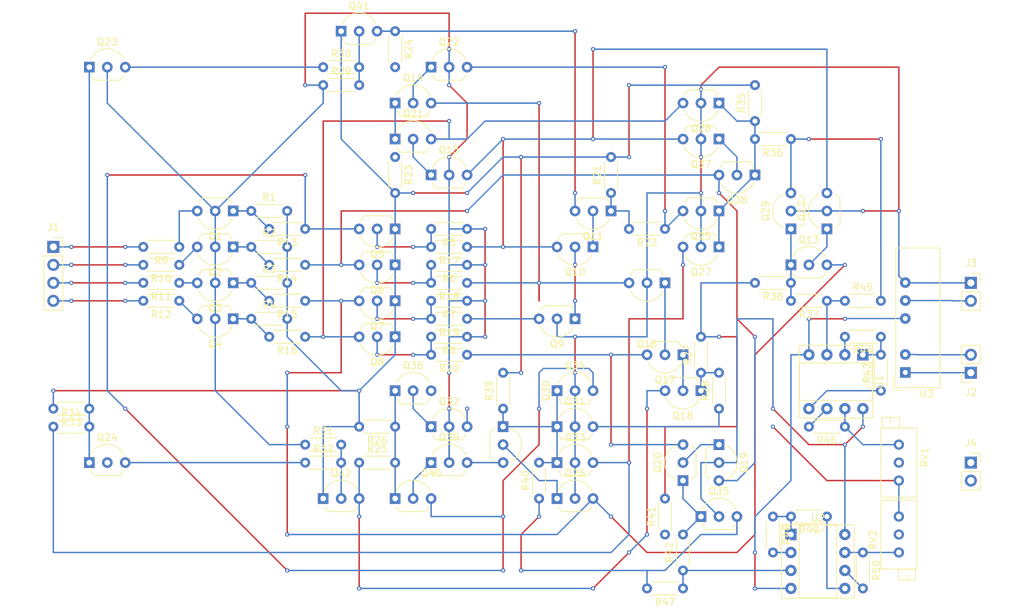
<source format=kicad_pcb>
(kicad_pcb (version 20240108) (generator "pcbnew") (generator_version "8.0")
  (layers (0 "F.Cu" signal) (31 "B.Cu" signal) (34 "B.Paste" user) (35 "F.Paste" user) (36 "B.SilkS" user "B.Silkscreen") (37 "F.SilkS" user "F.Silkscreen") (38 "B.Mask" user) (39 "F.Mask" user) (44 "Edge.Cuts" user))
  (net 0 "")
  (net 1 "Net-(J1-Pin_1)")
  (net 2 "Net-(J1-Pin_4)")
  (net 3 "Net-(J1-Pin_2)")
  (net 4 "Net-(J1-Pin_3)")
  (net 5 "Net-(J2-Pin_2)")
  (net 6 "Net-(J2-Pin_1)")
  (net 7 "+5V")
  (net 8 "GND")
  (net 9 "DINR")
  (net 10 "DINL")
  (net 11 "Net-(Q1-B)")
  (net 12 "Net-(Q1-E)")
  (net 13 "Net-(Q2-E)")
  (net 14 "Net-(Q2-B)")
  (net 15 "Net-(Q3-B)")
  (net 16 "Net-(Q3-E)")
  (net 17 "Net-(Q4-B)")
  (net 18 "Net-(Q4-E)")
  (net 19 "A")
  (net 20 "Net-(Q5-C)")
  (net 21 "B")
  (net 22 "Net-(Q6-C)")
  (net 23 "C")
  (net 24 "Net-(Q7-C)")
  (net 25 "D")
  (net 26 "Net-(Q8-C)")
  (net 27 "~A")
  (net 28 "Net-(Q10-C)")
  (net 29 "~C")
  (net 30 "Net-(Q10-E)")
  (net 31 "Net-(Q11-E)")
  (net 32 "E")
  (net 33 "Net-(Q12-E)")
  (net 34 "Net-(Q13-E)")
  (net 35 "Net-(Q14-C)")
  (net 36 "Net-(Q14-E)")
  (net 37 "~B")
  (net 38 "Net-(Q15-E)")
  (net 39 "Net-(Q16-E)")
  (net 40 "~D")
  (net 41 "Net-(Q17-E)")
  (net 42 "Net-(Q18-E)")
  (net 43 "F")
  (net 44 "Net-(Q19-E)")
  (net 45 "Net-(Q20-E)")
  (net 46 "~A~CE")
  (net 47 "~E")
  (net 48 "Net-(Q23-E)")
  (net 49 "Net-(Q24-E)")
  (net 50 "~F")
  (net 51 "Net-(Q26-E)")
  (net 52 "~E~F")
  (net 53 "ML0")
  (net 54 "~B~DF")
  (net 55 "Net-(Q32-E)")
  (net 56 "MR0")
  (net 57 "Net-(Q36-E)")
  (net 58 "Net-(Q37-E)")
  (net 59 "Net-(Q39-E)")
  (net 60 "Net-(Q41-C)")
  (net 61 "Net-(Q42-C)")
  (net 62 "ML1")
  (net 63 "MR1")
  (net 64 "Net-(U1B-+)")
  (net 65 "Net-(R43-Pad2)")
  (net 66 "Net-(U1A--)")
  (net 67 "Net-(U1B--)")
  (net 68 "Net-(R46-Pad1)")
  (net 69 "Net-(R48-Pad1)")
  (net 70 "Net-(U2A--)")
  (net 71 "Net-(U2B-+)")
  (net 72 "Net-(U2B--)")
  (net 73 "Net-(R50-Pad1)")
  (net 74 "-5V")
  (net 75 "Net-(Q25-E)")
  (net 76 "Net-(Q30-E)")
  (footprint "Package_TO_SOT_THT:TO-92_Inline_Wide" (layer "F.Cu") (at 154.94 71.12 180)
    (property "Reference" "Q6")
    (property "Value" "2SC1815")
  )
  (footprint "Package_TO_SOT_THT:TO-92_Inline_Wide" (layer "F.Cu") (at 177.8 88.9)
    (property "Reference" "Q34")
    (property "Value" "2SC1815")
  )
  (footprint "Package_DIP:DIP-8_W7.62mm_Socket" (layer "F.Cu") (at 210.82 109.22)
    (property "Reference" "U2")
    (property "Value" "NJM4558")
  )
  (footprint "Package_TO_SOT_THT:TO-92_Inline_Wide" (layer "F.Cu") (at 185.42 63.5 180)
    (property "Reference" "Q11")
    (property "Value" "2SC1815")
  )
  (footprint "Resistor_THT:R_Axial_DIN0204_L3.6mm_D1.6mm_P5.08mm_Horizontal" (layer "F.Cu") (at 185.42 60.96 90)
    (property "Reference" "R21")
    (property "Value" "10k")
  )
  (footprint "Resistor_THT:R_Axial_DIN0204_L3.6mm_D1.6mm_P5.08mm_Horizontal" (layer "F.Cu") (at 210.82 73.66 180)
    (property "Reference" "R38")
    (property "Value" "10k")
  )
  (footprint "Resistor_THT:R_Axial_DIN0204_L3.6mm_D1.6mm_P5.08mm_Horizontal" (layer "F.Cu") (at 205.74 50.8 90)
    (property "Reference" "R35")
    (property "Value" "10k")
  )
  (footprint "Resistor_THT:R_Axial_DIN0204_L3.6mm_D1.6mm_P5.08mm_Horizontal" (layer "F.Cu") (at 144.78 43.18)
    (property "Reference" "R30")
    (property "Value" "5.1k")
  )
  (footprint "Package_TO_SOT_THT:TO-92_Inline_Wide" (layer "F.Cu") (at 195.58 101.6 90)
    (property "Reference" "Q20")
    (property "Value" "2SC1815")
  )
  (footprint "Package_TO_SOT_THT:TO-92_Inline_Wide" (layer "F.Cu") (at 180.34 78.74 180)
    (property "Reference" "Q9")
    (property "Value" "2SC1815")
  )
  (footprint "Potentiometer_THT:Potentiometer_Bourns_3296X_Horizontal" (layer "F.Cu") (at 226.06 106.68 90)
    (property "Reference" "RV2")
    (property "Value" "R_Potentiometer")
  )
  (footprint "Package_TO_SOT_THT:TO-92_Inline_Wide" (layer "F.Cu") (at 132.08 68.58 180)
    (property "Reference" "Q2")
    (property "Value" "2SC1815")
  )
  (footprint "Resistor_THT:R_Axial_DIN0204_L3.6mm_D1.6mm_P5.08mm_Horizontal" (layer "F.Cu") (at 165.1 68.58 180)
    (property "Reference" "R17")
    (property "Value" "5.1k")
  )
  (footprint "Resistor_THT:R_Axial_DIN0204_L3.6mm_D1.6mm_P5.08mm_Horizontal" (layer "F.Cu") (at 223.52 81.28 180)
    (property "Reference" "R44")
    (property "Value" "5.1k")
  )
  (footprint "Resistor_THT:R_Axial_DIN0204_L3.6mm_D1.6mm_P5.08mm_Horizontal" (layer "F.Cu") (at 215.9 76.2 180)
    (property "Reference" "R37")
    (property "Value" "10k")
  )
  (footprint "Resistor_THT:R_Axial_DIN0204_L3.6mm_D1.6mm_P5.08mm_Horizontal" (layer "F.Cu") (at 124.46 73.66 180)
    (property "Reference" "R11")
    (property "Value" "5.1k")
  )
  (footprint "Resistor_THT:R_Axial_DIN0204_L3.6mm_D1.6mm_P5.08mm_Horizontal" (layer "F.Cu") (at 195.58 116.84 180)
    (property "Reference" "R47")
    (property "Value" "5.1k")
  )
  (footprint "Resistor_THT:R_Axial_DIN0204_L3.6mm_D1.6mm_P5.08mm_Horizontal" (layer "F.Cu") (at 106.68 93.98)
    (property "Reference" "R34")
    (property "Value" "5.1k")
  )
  (footprint "Resistor_THT:R_Axial_DIN0204_L3.6mm_D1.6mm_P5.08mm_Horizontal" (layer "F.Cu") (at 165.1 78.74 180)
    (property "Reference" "R19")
    (property "Value" "5.1k")
  )
  (footprint "Resistor_THT:R_Axial_DIN0204_L3.6mm_D1.6mm_P5.08mm_Horizontal" (layer "F.Cu") (at 223.52 88.9 90)
    (property "Reference" "R43")
    (property "Value" "10k")
  )
  (footprint "Package_TO_SOT_THT:TO-92_Inline_Wide" (layer "F.Cu") (at 160.02 99.06)
    (property "Reference" "Q39")
    (property "Value" "2SC1815")
  )
  (footprint "Package_TO_SOT_THT:TO-92_Inline_Wide" (layer "F.Cu") (at 200.66 63.5 180)
    (property "Reference" "Q25")
    (property "Value" "2SC1815")
  )
  (footprint "Package_TO_SOT_THT:TO-92_Inline_Wide" (layer "F.Cu") (at 154.94 88.9)
    (property "Reference" "Q36")
    (property "Value" "2SC1815")
  )
  (footprint "Resistor_THT:R_Axial_DIN0204_L3.6mm_D1.6mm_P5.08mm_Horizontal" (layer "F.Cu") (at 165.1 66.04 180)
    (property "Reference" "R5")
    (property "Value" "10k")
  )
  (footprint "Resistor_THT:R_Axial_DIN0204_L3.6mm_D1.6mm_P5.08mm_Horizontal" (layer "F.Cu") (at 144.78 45.72)
    (property "Reference" "R29")
    (property "Value" "10k")
  )
  (footprint "Resistor_THT:R_Axial_DIN0204_L3.6mm_D1.6mm_P5.08mm_Horizontal" (layer "F.Cu") (at 165.1 76.2 180)
    (property "Reference" "R7")
    (property "Value" "10k")
  )
  (footprint "Package_TO_SOT_THT:TO-92_Inline_Wide" (layer "F.Cu") (at 210.82 71.12)
    (property "Reference" "Q13")
    (property "Value" "2SC1815")
  )
  (footprint "Package_TO_SOT_THT:TO-92_Inline_Wide" (layer "F.Cu") (at 132.08 73.66 180)
    (property "Reference" "Q3")
    (property "Value" "2SC1815")
  )
  (footprint "Package_TO_SOT_THT:TO-92_Inline_Wide" (layer "F.Cu") (at 154.94 104.14)
    (property "Reference" "Q40")
    (property "Value" "2SC1815")
  )
  (footprint "Potentiometer_THT:Potentiometer_Bourns_3296X_Horizontal" (layer "F.Cu") (at 226.06 101.6 -90)
    (property "Reference" "RV1")
    (property "Value" "R_Potentiometer")
  )
  (footprint "Resistor_THT:R_Axial_DIN0204_L3.6mm_D1.6mm_P5.08mm_Horizontal" (layer "F.Cu") (at 218.44 93.98 180)
    (property "Reference" "R46")
    (property "Value" "10k")
  )
  (footprint "Resistor_THT:R_Axial_DIN0204_L3.6mm_D1.6mm_P5.08mm_Horizontal" (layer "F.Cu") (at 218.44 76.2)
    (property "Reference" "R45")
    (property "Value" "5.1k")
  )
  (footprint "Resistor_THT:R_Axial_DIN0204_L3.6mm_D1.6mm_P5.08mm_Horizontal" (layer "F.Cu") (at 165.1 81.28 180)
    (property "Reference" "R8")
    (property "Value" "10k")
  )
  (footprint "Package_TO_SOT_THT:TO-92_Inline_Wide" (layer "F.Cu") (at 160.02 43.18)
    (property "Reference" "Q22")
    (property "Value" "2SC1815")
  )
  (footprint "Resistor_THT:R_Axial_DIN0204_L3.6mm_D1.6mm_P5.08mm_Horizontal" (layer "F.Cu") (at 200.66 91.44 90)
    (property "Reference" "R28")
    (property "Value" "5.1k")
  )
  (footprint "Resistor_THT:R_Axial_DIN0204_L3.6mm_D1.6mm_P5.08mm_Horizontal" (layer "F.Cu") (at 193.04 109.22 90)
    (property "Reference" "R41")
    (property "Value" "10k")
  )
  (footprint "Connector_PinSocket_2.54mm:PinSocket_1x02_P2.54mm_Vertical" (layer "F.Cu") (at 236.22 99.06)
    (property "Reference" "J4")
    (property "Value" "Conn_01x02_Socket")
  )
  (footprint "Package_TO_SOT_THT:TO-92_Inline_Wide" (layer "F.Cu") (at 177.8 104.14)
    (property "Reference" "Q26")
    (property "Value" "2SC1815")
  )
  (footprint "Resistor_THT:R_Axial_DIN0204_L3.6mm_D1.6mm_P5.08mm_Horizontal" (layer "F.Cu") (at 165.1 83.82 180)
    (property "Reference" "R20")
    (property "Value" "5.1k")
  )
  (footprint "Resistor_THT:R_Axial_DIN0204_L3.6mm_D1.6mm_P5.08mm_Horizontal" (layer "F.Cu") (at 142.24 76.2 180)
    (property "Reference" "R15")
    (property "Value" "5.1k")
  )
  (footprint "Resistor_THT:R_Axial_DIN0204_L3.6mm_D1.6mm_P5.08mm_Horizontal" (layer "F.Cu") (at 170.18 91.44 90)
    (property "Reference" "R39")
    (property "Value" "10k")
  )
  (footprint "Package_TO_SOT_THT:TO-92_Inline_Wide" (layer "F.Cu") (at 200.66 96.52 -90)
    (property "Reference" "Q19")
    (property "Value" "2SC1815")
  )
  (footprint "Package_TO_SOT_THT:TO-92_Inline_Wide" (layer "F.Cu") (at 132.08 63.5 180)
    (property "Reference" "Q1")
    (property "Value" "2SC1815")
  )
  (footprint "Resistor_THT:R_Axial_DIN0204_L3.6mm_D1.6mm_P5.08mm_Horizontal" (layer "F.Cu") (at 195.58 114.3 90)
    (property "Reference" "R42")
    (property "Value" "10k")
  )
  (footprint "Resistor_THT:R_Axial_DIN0204_L3.6mm_D1.6mm_P5.08mm_Horizontal" (layer "F.Cu") (at 215.9 106.68 180)
    (property "Reference" "R49")
    (property "Value" "10k")
  )
  (footprint "Package_TO_SOT_THT:TO-92_Inline_Wide" (layer "F.Cu") (at 200.66 68.58 180)
    (property "Reference" "Q27")
    (property "Value" "2SC1815")
  )
  (footprint "Resistor_THT:R_Axial_DIN0204_L3.6mm_D1.6mm_P5.08mm_Horizontal" (layer "F.Cu") (at 134.62 68.58)
    (property "Reference" "R2")
    (property "Value" "10k")
  )
  (footprint "Resistor_THT:R_Axial_DIN0204_L3.6mm_D1.6mm_P5.08mm_Horizontal" (layer "F.Cu") (at 142.24 71.12 180)
    (property "Reference" "R14")
    (property "Value" "5.1k")
  )
  (footprint "Resistor_THT:R_Axial_DIN0204_L3.6mm_D1.6mm_P5.08mm_Horizontal" (layer "F.Cu") (at 111.76 91.44 180)
    (property "Reference" "R33")
    (property "Value" "10k")
  )
  (footprint "Package_TO_SOT_THT:TO-92_Inline_Wide" (layer "F.Cu") (at 170.18 93.98 -90)
    (property "Reference" "Q30")
    (property "Value" "2SC1815")
  )
  (footprint "Resistor_THT:R_Axial_DIN0204_L3.6mm_D1.6mm_P5.08mm_Horizontal" (layer "F.Cu") (at 149.86 99.06)
    (property "Reference" "R25")
    (property "Value" "5.1k")
  )
  (footprint "Package_TO_SOT_THT:TO-92_Inline_Wide" (layer "F.Cu") (at 177.8 99.06)
    (property "Reference" "Q33")
    (property "Value" "2SC1815")
  )
  (footprint "Resistor_THT:R_Axial_DIN0204_L3.6mm_D1.6mm_P5.08mm_Horizontal" (layer "F.Cu") (at 134.62 73.66)
    (property "Reference" "R3")
    (property "Value" "10k")
  )
  (footprint "Package_TO_SOT_THT:TO-92_Inline_Wide" (layer "F.Cu") (at 160.02 93.98)
    (property "Reference" "Q32")
    (property "Value" "2SC1815")
  )
  (footprint "Package_TO_SOT_THT:TO-92_Inline_Wide" (layer "F.Cu") (at 144.78 104.14)
    (property "Reference" "Q42")
    (property "Value" "2SC1815")
  )
  (footprint "Resistor_THT:R_Axial_DIN0204_L3.6mm_D1.6mm_P5.08mm_Horizontal" (layer "F.Cu") (at 142.24 99.06)
    (property "Reference" "R32")
    (property "Value" "5.1k")
  )
  (footprint "Package_TO_SOT_THT:TO-92_Inline_Wide" (layer "F.Cu") (at 154.94 76.2 180)
    (property "Reference" "Q7")
    (property "Value" "2SC1815")
  )
  (footprint "Package_TO_SOT_THT:TO-92_Inline_Wide" (layer "F.Cu") (at 200.66 48.26 180)
    (property "Reference" "Q28")
    (property "Value" "2SC1815")
  )
  (footprint "Package_TO_SOT_THT:TO-92_Inline_Wide" (layer "F.Cu") (at 198.12 88.9 180)
    (property "Reference" "Q18")
    (property "Value" "2SC1815")
  )
  (footprint "Package_TO_SOT_THT:TO-92_Inline_Wide" (layer "F.Cu") (at 198.12 106.68)
    (property "Reference" "Q35")
    (property "Value" "2SC1815")
  )
  (footprint "Resistor_THT:R_Axial_DIN0204_L3.6mm_D1.6mm_P5.08mm_Horizontal" (layer "F.Cu") (at 210.82 53.34 180)
    (property "Reference" "R36")
    (property "Value" "5.1k")
  )
  (footprint "Package_TO_SOT_THT:TO-92_Inline_Wide" (layer "F.Cu") (at 154.94 66.04 180)
    (property "Reference" "Q5")
    (property "Value" "2SC1815")
  )
  (footprint "Resistor_THT:R_Axial_DIN0204_L3.6mm_D1.6mm_P5.08mm_Horizontal" (layer "F.Cu") (at 193.04 66.04 180)
    (property "Reference" "R22")
    (property "Value" "5.1k")
  )
  (footprint "Resistor_THT:R_Axial_DIN0204_L3.6mm_D1.6mm_P5.08mm_Horizontal" (layer "F.Cu") (at 124.46 68.58 180)
    (property "Reference" "R9")
    (property "Value" "5.1k")
  )
  (footprint "Resistor_THT:R_Axial_DIN0204_L3.6mm_D1.6mm_P5.08mm_Horizontal" (layer "F.Cu") (at 154.94 38.1 -90)
    (property "Reference" "R24")
    (property "Value" "5.1k")
  )
  (footprint "Resistor_THT:R_Axial_DIN0204_L3.6mm_D1.6mm_P5.08mm_Horizontal" (layer "F.Cu") (at 124.46 76.2 180)
    (property "Reference" "R12")
    (property "Value" "5.1k")
  )
  (footprint "Package_TO_SOT_THT:TO-92_Inline_Wide" (layer "F.Cu") (at 195.58 83.82 180)
    (property "Reference" "Q17")
    (property "Value" "2SC1815")
  )
  (footprint "Connector_PinSocket_2.54mm:PinSocket_1x02_P2.54mm_Vertical" (layer "F.Cu") (at 236.22 73.66)
    (property "Reference" "J3")
    (property "Value" "Conn_01x02_Socket")
  )
  (footprint "Resistor_THT:R_Axial_DIN0204_L3.6mm_D1.6mm_P5.08mm_Horizontal" (layer "F.Cu") (at 134.62 78.74)
    (property "Reference" "R4")
    (property "Value" "10k")
  )
  (footprint "Package_TO_SOT_THT:TO-92_Inline_Wide" (layer "F.Cu") (at 154.94 53.34)
    (property "Reference" "Q21")
    (property "Value" "2SC1815")
  )
  (footprint "Package_DIP:DIP-8_W7.62mm_Socket" (layer "F.Cu") (at 220.98 83.82 -90)
    (property "Reference" "U1")
    (property "Value" "NJM4558")
  )
  (footprint "Connector_PinSocket_2.54mm:PinSocket_1x04_P2.54mm_Vertical" (layer "F.Cu") (at 106.68 68.58)
    (property "Reference" "J1")
    (property "Value" "Conn_01x04_Socket")
  )
  (footprint "Package_TO_SOT_THT:TO-92_Inline_Wide" (layer "F.Cu") (at 193.04 73.66 180)
    (property "Reference" "Q16")
    (property "Value" "2SC1815")
  )
  (footprint "Package_TO_SOT_THT:TO-92_Inline_Wide" (layer "F.Cu") (at 147.32 38.1)
    (property "Reference" "Q41")
    (property "Value" "2SC1815")
  )
  (footprint "Package_TO_SOT_THT:TO-92_Inline_Wide" (layer "F.Cu") (at 154.94 81.28 180)
    (property "Reference" "Q8")
    (property "Value" "2SC1815")
  )
  (footprint "Resistor_THT:R_Axial_DIN0204_L3.6mm_D1.6mm_P5.08mm_Horizontal" (layer "F.Cu") (at 142.24 81.28 180)
    (property "Reference" "R16")
    (property "Value" "5.1k")
  )
  (footprint "Resistor_THT:R_Axial_DIN0204_L3.6mm_D1.6mm_P5.08mm_Horizontal" (layer "F.Cu") (at 198.12 86.36 90)
    (property "Reference" "R27")
    (property "Value" "10k")
  )
  (footprint "Resistor_THT:R_Axial_DIN0204_L3.6mm_D1.6mm_P5.08mm_Horizontal" (layer "F.Cu") (at 142.24 96.52)
    (property "Reference" "R31")
    (property "Value" "10k")
  )
  (footprint "Package_TO_SOT_THT:TO-92_Inline_Wide" (layer "F.Cu") (at 215.9 66.04 90)
    (property "Reference" "Q12")
    (property "Value" "2SC1815")
  )
  (footprint "Package_TO_SOT_THT:TO-92_Inline_Wide" (layer "F.Cu") (at 200.66 53.34 180)
    (property "Reference" "Q37")
    (property "Value" "2SC1815")
  )
  (footprint "Resistor_THT:R_Axial_DIN0204_L3.6mm_D1.6mm_P5.08mm_Horizontal" (layer "F.Cu") (at 142.24 66.04 180)
    (property "Reference" "R13")
    (property "Value" "5.1k")
  )
  (footprint "Connector_PinSocket_2.54mm:PinSocket_1x02_P2.54mm_Vertical" (layer "F.Cu") (at 236.22 86.36 180)
    (property "Reference" "J2")
    (property "Value" "Conn_01x02_Socket")
  )
  (footprint "Converter_DCDC:Converter_DCDC_Murata_NMAxxxxSC_THT" (layer "F.Cu") (at 226.9675 86.3225 180)
    (property "Reference" "U3")
    (property "Value" "NMA0515SC")
  )
  (footprint "Package_TO_SOT_THT:TO-92_Inline_Wide" (layer "F.Cu") (at 205.74 58.42 180)
    (property "Reference" "Q38")
    (property "Value" "2SC1815")
  )
  (footprint "Package_TO_SOT_THT:TO-92_Inline_Wide" (layer "F.Cu") (at 210.82 66.04 90)
    (property "Reference" "Q29")
    (property "Value" "2SC1815")
  )
  (footprint "Resistor_THT:R_Axial_DIN0204_L3.6mm_D1.6mm_P5.08mm_Horizontal" (layer "F.Cu") (at 134.62 63.5)
    (property "Reference" "R1")
    (property "Value" "10k")
  )
  (footprint "Resistor_THT:R_Axial_DIN0204_L3.6mm_D1.6mm_P5.08mm_Horizontal" (layer "F.Cu") (at 154.94 55.88 -90)
    (property "Reference" "R23")
    (property "Value" "10k")
  )
  (footprint "Package_TO_SOT_THT:TO-92_Inline_Wide" (layer "F.Cu") (at 111.76 99.06)
    (property "Reference" "Q24")
    (property "Value" "2SC1815")
  )
  (footprint "Resistor_THT:R_Axial_DIN0204_L3.6mm_D1.6mm_P5.08mm_Horizontal" (layer "F.Cu") (at 124.46 71.12 180)
    (property "Reference" "R10")
    (property "Value" "5.1k")
  )
  (footprint "Package_TO_SOT_THT:TO-92_Inline_Wide" (layer "F.Cu") (at 132.08 78.74 180)
    (property "Reference" "Q4")
    (property "Value" "2SC1815")
  )
  (footprint "Package_TO_SOT_THT:TO-92_Inline_Wide" (layer "F.Cu") (at 160.02 58.42)
    (property "Reference" "Q15")
    (property "Value" "2SC1815")
  )
  (footprint "Package_TO_SOT_THT:TO-92_Inline_Wide" (layer "F.Cu") (at 182.88 68.58 180)
    (property "Reference" "Q10")
    (property "Value" "2SC1815")
  )
  (footprint "Package_TO_SOT_THT:TO-92_Inline_Wide" (layer "F.Cu") (at 154.94 48.26)
    (property "Reference" "Q14")
    (property "Value" "2SC1815")
  )
  (footprint "Resistor_THT:R_Axial_DIN0204_L3.6mm_D1.6mm_P5.08mm_Horizontal" (layer "F.Cu") (at 154.94 93.98 180)
    (property "Reference" "R26")
    (property "Value" "10k")
  )
  (footprint "Resistor_THT:R_Axial_DIN0204_L3.6mm_D1.6mm_P5.08mm_Horizontal" (layer "F.Cu") (at 220.98 111.76 -90)
    (property "Reference" "R50")
    (property "Value" "10k")
  )
  (footprint "Resistor_THT:R_Axial_DIN0204_L3.6mm_D1.6mm_P5.08mm_Horizontal" (layer "F.Cu") (at 175.26 104.14 90)
    (property "Reference" "R40")
    (property "Value" "5.1k")
  )
  (footprint "Resistor_THT:R_Axial_DIN0204_L3.6mm_D1.6mm_P5.08mm_Horizontal" (layer "F.Cu") (at 165.1 71.12 180)
    (property "Reference" "R6")
    (property "Value" "10k")
  )
  (footprint "Package_TO_SOT_THT:TO-92_Inline_Wide" (layer "F.Cu") (at 111.76 43.18)
    (property "Reference" "Q23")
    (property "Value" "2SC1815")
  )
  (footprint "Resistor_THT:R_Axial_DIN0204_L3.6mm_D1.6mm_P5.08mm_Horizontal" (layer "F.Cu") (at 165.1 73.66 180)
    (property "Reference" "R18")
    (property "Value" "5.1k")
  )
  (footprint "Resistor_THT:R_Axial_DIN0204_L3.6mm_D1.6mm_P5.08mm_Horizontal" (layer "F.Cu") (at 208.28 106.68 -90)
    (property "Reference" "R48")
    (property "Value" "5.1k")
  )
  (footprint "Package_TO_SOT_THT:TO-92_Inline_Wide" (layer "F.Cu") (at 177.8 93.98)
    (property "Reference" "Q31")
    (property "Value" "2SC1815")
  )
  (segment (start 116.84 68.58) (end 109.22 68.58) (width 0.2) (layer "F.Cu") (net 1))
  (via (at 109.22 68.58) (size 0.6) (drill 0.3) (layers "F.Cu" "B.Cu") (net 1))
  (via (at 116.84 68.58) (size 0.6) (drill 0.3) (layers "F.Cu" "B.Cu") (net 1))
  (segment (start 119.38 68.58) (end 116.84 68.58) (width 0.2) (layer "B.Cu") (net 1))
  (segment (start 109.22 68.58) (end 106.68 68.58) (width 0.2) (layer "B.Cu") (net 1))
  (segment (start 116.84 76.2) (end 109.22 76.2) (width 0.2) (layer "F.Cu") (net 2))
  (via (at 109.22 76.2) (size 0.6) (drill 0.3) (layers "F.Cu" "B.Cu") (net 2))
  (via (at 116.84 76.2) (size 0.6) (drill 0.3) (layers "F.Cu" "B.Cu") (net 2))
  (segment (start 106.68 76.2) (end 109.22 76.2) (width 0.2) (layer "B.Cu") (net 2))
  (segment (start 119.38 76.2) (end 116.84 76.2) (width 0.2) (layer "B.Cu") (net 2))
  (segment (start 116.84 71.12) (end 109.22 71.12) (width 0.2) (layer "F.Cu") (net 3))
  (via (at 109.22 71.12) (size 0.6) (drill 0.3) (layers "F.Cu" "B.Cu") (net 3))
  (via (at 109.22 71.12) (size 0.6) (drill 0.3) (layers "F.Cu" "B.Cu") (net 3))
  (via (at 116.84 71.12) (size 0.6) (drill 0.3) (layers "F.Cu" "B.Cu") (net 3))
  (segment (start 119.38 71.12) (end 116.84 71.12) (width 0.2) (layer "B.Cu") (net 3))
  (segment (start 106.68 71.12) (end 109.22 71.12) (width 0.2) (layer "B.Cu") (net 3))
  (segment (start 109.22 73.66) (end 116.84 73.66) (width 0.2) (layer "F.Cu") (net 4))
  (via (at 109.22 73.66) (size 0.6) (drill 0.3) (layers "F.Cu" "B.Cu") (net 4))
  (via (at 116.84 73.66) (size 0.6) (drill 0.3) (layers "F.Cu" "B.Cu") (net 4))
  (segment (start 106.68 73.66) (end 109.22 73.66) (width 0.2) (layer "B.Cu") (net 4))
  (segment (start 116.84 73.66) (end 119.38 73.66) (width 0.2) (layer "B.Cu") (net 4))
  (segment (start 228.6 83.82) (end 228.5625 83.7825) (width 0.2) (layer "B.Cu") (net 5))
  (segment (start 228.5625 83.7825) (end 226.9675 83.7825) (width 0.2) (layer "B.Cu") (net 5))
  (segment (start 236.22 83.82) (end 228.6 83.82) (width 0.2) (layer "B.Cu") (net 5))
  (segment (start 236.22 86.36) (end 227.005 86.36) (width 0.2) (layer "B.Cu") (net 6))
  (segment (start 227.005 86.36) (end 226.9675 86.3225) (width 0.2) (layer "B.Cu") (net 6))
  (segment (start 213.36 96.52) (end 218.44 96.52) (width 0.2) (layer "F.Cu") (net 7))
  (segment (start 165.1 53.34) (end 162.56 55.88) (width 0.2) (layer "F.Cu") (net 7))
  (segment (start 167.64 66.04) (end 167.64 71.12) (width 0.2) (layer "F.Cu") (net 7))
  (segment (start 198.12 45.72) (end 200.66 43.18) (width 0.2) (layer "F.Cu") (net 7))
  (segment (start 200.66 43.18) (end 226.06 43.18) (width 0.2) (layer "F.Cu") (net 7))
  (segment (start 165.1 48.26) (end 165.1 53.34) (width 0.2) (layer "F.Cu") (net 7))
  (segment (start 167.64 71.12) (end 167.64 76.2) (width 0.2) (layer "F.Cu") (net 7))
  (segment (start 162.56 40.64) (end 162.56 35.56) (width 0.2) (layer "F.Cu") (net 7))
  (segment (start 208.28 91.44) (end 213.36 96.52) (width 0.2) (layer "F.Cu") (net 7))
  (segment (start 167.64 76.2) (end 167.64 81.28) (width 0.2) (layer "F.Cu") (net 7))
  (segment (start 180.34 86.36) (end 180.34 81.28) (width 0.2) (layer "F.Cu") (net 7))
  (segment (start 162.56 45.72) (end 165.1 48.26) (width 0.2) (layer "F.Cu") (net 7))
  (segment (start 162.56 86.36) (end 162.56 91.44) (width 0.2) (layer "F.Cu") (net 7))
  (segment (start 220.98 93.98) (end 218.44 96.52) (width 0.2) (layer "F.Cu") (net 7))
  (segment (start 162.56 35.56) (end 142.24 35.56) (width 0.2) (layer "F.Cu") (net 7))
  (segment (start 226.06 43.18) (end 226.06 63.5) (width 0.2) (layer "F.Cu") (net 7))
  (segment (start 198.12 46.32) (end 198.12 45.72) (width 0.2) (layer "F.Cu") (net 7))
  (segment (start 198.12 55.88) (end 198.12 60.96) (width 0.2) (layer "F.Cu") (net 7))
  (segment (start 142.24 35.56) (end 142.24 45.72) (width 0.2) (layer "F.Cu") (net 7))
  (segment (start 220.98 63.5) (end 226.06 63.5) (width 0.2) (layer "F.Cu") (net 7))
  (via (at 142.24 45.72) (size 0.6) (drill 0.3) (layers "F.Cu" "B.Cu") (net 7))
  (via (at 167.64 81.28) (size 0.6) (drill 0.3) (layers "F.Cu" "B.Cu") (net 7))
  (via (at 167.64 76.2) (size 0.6) (drill 0.3) (layers "F.Cu" "B.Cu") (net 7))
  (via (at 198.12 60.96) (size 0.6) (drill 0.3) (layers "F.Cu" "B.Cu") (net 7))
  (via (at 180.34 81.28) (size 0.6) (drill 0.3) (layers "F.Cu" "B.Cu") (net 7))
  (via (at 218.44 96.52) (size 0.6) (drill 0.3) (layers "F.Cu" "B.Cu") (net 7))
  (via (at 208.28 91.44) (size 0.6) (drill 0.3) (layers "F.Cu" "B.Cu") (net 7))
  (via (at 198.12 55.88) (size 0.6) (drill 0.3) (layers "F.Cu" "B.Cu") (net 7))
  (via (at 162.56 45.72) (size 0.6) (drill 0.3) (layers "F.Cu" "B.Cu") (net 7))
  (via (at 167.64 66.04) (size 0.6) (drill 0.3) (layers "F.Cu" "B.Cu") (net 7))
  (via (at 220.98 63.5) (size 0.6) (drill 0.3) (layers "F.Cu" "B.Cu") (net 7))
  (via (at 162.56 91.44) (size 0.6) (drill 0.3) (layers "F.Cu" "B.Cu") (net 7))
  (via (at 162.56 55.88) (size 0.6) (drill 0.3) (layers "F.Cu" "B.Cu") (net 7))
  (via (at 167.64 71.12) (size 0.6) (drill 0.3) (layers "F.Cu" "B.Cu") (net 7))
  (via (at 198.12 46.32) (size 0.6) (drill 0.3) (layers "F.Cu" "B.Cu") (net 7))
  (via (at 226.06 63.5) (size 0.6) (drill 0.3) (layers "F.Cu" "B.Cu") (net 7))
  (via (at 162.56 40.64) (size 0.6) (drill 0.3) (layers "F.Cu" "B.Cu") (net 7))
  (via (at 220.98 93.98) (size 0.6) (drill 0.3) (layers "F.Cu" "B.Cu") (net 7))
  (via (at 180.34 86.36) (size 0.6) (drill 0.3) (layers "F.Cu" "B.Cu") (net 7))
  (via (at 162.56 86.36) (size 0.6) (drill 0.3) (layers "F.Cu" "B.Cu") (net 7))
  (segment (start 116.84 50.8) (end 129.54 63.5) (width 0.2) (layer "B.Cu") (net 7))
  (segment (start 227.005 73.66) (end 226.9675 73.6225) (width 0.2) (layer "B.Cu") (net 7))
  (segment (start 162.56 91.44) (end 162.56 99.06) (width 0.2) (layer "B.Cu") (net 7))
  (segment (start 198.12 46.12) (end 198.12 46.32) (width 0.2) (layer "B.Cu") (net 7))
  (segment (start 198.12 53.34) (end 198.12 48.26) (width 0.2) (layer "B.Cu") (net 7))
  (segment (start 162.56 76.2) (end 162.56 81.28) (width 0.2) (layer "B.Cu") (net 7))
  (segment (start 142.24 45.72) (end 144.78 45.72) (width 0.2) (layer "B.Cu") (net 7))
  (segment (start 210.82 63.5) (end 215.9 63.5) (width 0.2) (layer "B.Cu") (net 7))
  (segment (start 162.56 71.12) (end 162.56 76.2) (width 0.2) (layer "B.Cu") (net 7))
  (segment (start 162.56 99.06) (end 162.56 93.98) (width 0.2) (layer "B.Cu") (net 7))
  (segment (start 215.9 63.5) (end 220.98 63.5) (width 0.2) (layer "B.Cu") (net 7))
  (segment (start 162.56 43.18) (end 162.56 45.72) (width 0.2) (layer "B.Cu") (net 7))
  (segment (start 165.1 76.2) (end 167.64 76.2) (width 0.2) (layer "B.Cu") (net 7))
  (segment (start 165.1 71.12) (end 162.56 71.12) (width 0.2) (layer "B.Cu") (net 7))
  (segment (start 142.24 96.52) (end 137.16 96.52) (width 0.2) (layer "B.Cu") (net 7))
  (segment (start 162.56 66.04) (end 162.56 71.12) (width 0.2) (layer "B.Cu") (net 7))
  (segment (start 198.12 60.96) (end 190.5 60.96) (width 0.2) (layer "B.Cu") (net 7))
  (segment (start 162.56 58.42) (end 162.56 66.04) (width 0.2) (layer "B.Cu") (net 7))
  (segment (start 162.56 81.28) (end 162.56 86.36) (width 0.2) (layer "B.Cu") (net 7))
  (segment (start 144.78 48.26) (end 129.54 63.5) (width 0.2) (layer "B.Cu") (net 7))
  (segment (start 190.5 60.96) (end 190.5 81.28) (width 0.2) (layer "B.Cu") (net 7))
  (segment (start 180.34 104.14) (end 180.34 88.9) (width 0.2) (layer "B.Cu") (net 7))
  (segment (start 198.12 63.5) (end 198.12 68.58) (width 0.2) (layer "B.Cu") (net 7))
  (segment (start 165.1 71.12) (end 167.64 71.12) (width 0.2) (layer "B.Cu") (net 7))
  (segment (start 198.12 48.26) (end 198.12 46.12) (width 0.2) (layer "B.Cu") (net 7))
  (segment (start 198.12 104.14) (end 200.377157 106.397157) (width 0.2) (layer "B.Cu") (net 7))
  (segment (start 236.22 73.66) (end 227.005 73.66) (width 0.2) (layer "B.Cu") (net 7))
  (segment (start 165.1 76.2) (end 162.56 76.2) (width 0.2) (layer "B.Cu") (net 7))
  (segment (start 203.2 99.06) (end 200.66 99.06) (width 0.2) (layer "B.Cu") (net 7))
  (segment (start 129.54 88.9) (end 129.54 78.74) (width 0.2) (layer "B.Cu") (net 7))
  (segment (start 198.12 99.06) (end 198.12 104.14) (width 0.2) (layer "B.Cu") (net 7))
  (segment (start 220.98 91.44) (end 220.98 93.98) (width 0.2) (layer "B.Cu") (net 7))
  (segment (start 180.34 88.9) (end 180.34 86.36) (width 0.2) (layer "B.Cu") (net 7))
  (segment (start 114.3 43.18) (end 114.3 48.26) (width 0.2) (layer "B.Cu") (net 7))
  (segment (start 177.8 81.28) (end 177.8 78.74) (width 0.2) (layer "B.Cu") (net 7))
  (segment (start 162.56 43.18) (end 162.56 40.64) (width 0.2) (layer "B.Cu") (net 7))
  (segment (start 208.28 91.44) (end 208.28 78.74) (width 0.2) (layer "B.Cu") (net 7))
  (segment (start 162.56 58.42) (end 162.56 55.88) (width 0.2) (layer "B.Cu") (net 7))
  (segment (start 137.16 96.52) (end 129.54 88.9) (width 0.2) (layer "B.Cu") (net 7))
  (segment (start 190.5 81.28) (end 180.34 81.28) (width 0.2) (layer "B.Cu") (net 7))
  (segment (start 208.28 78.74) (end 203.2 78.74) (width 0.2) (layer "B.Cu") (net 7))
  (segment (start 129.54 63.5) (end 129.54 78.74) (width 0.2) (layer "B.Cu") (net 7))
  (segment (start 114.3 48.26) (end 116.84 50.8) (width 0.2) (layer "B.Cu") (net 7))
  (segment (start 167.64 81.28) (end 165.1 81.28) (width 0.2) (layer "B.Cu") (net 7))
  (segment (start 218.44 96.52) (end 218.44 109.22) (width 0.2) (layer "B.Cu") (net 7))
  (segment (start 165.1 66.04) (end 162.56 66.04) (width 0.2) (layer "B.Cu") (net 7))
  (segment (start 165.1 81.28) (end 162.56 81.28) (width 0.2) (layer "B.Cu") (net 7))
  (segment (start 226.06 72.715) (end 226.9675 73.6225) (width 0.2) (layer "B.Cu") (net 7))
  (segment (start 226.06 63.5) (end 226.06 72.715) (width 0.2) (layer "B.Cu") (net 7))
  (segment (start 198.12 60.96) (end 198.12 63.5) (width 0.2) (layer "B.Cu") (net 7))
  (segment (start 165.1 66.04) (end 167.64 66.04) (width 0.2) (layer "B.Cu") (net 7))
  (segment (start 144.78 45.72) (end 144.78 48.26) (width 0.2) (layer "B.Cu") (net 7))
  (segment (start 203.2 78.74) (end 203.2 99.06) (width 0.2) (layer "B.Cu") (net 7))
  (segment (start 180.34 81.28) (end 177.8 81.28) (width 0.2) (layer "B.Cu") (net 7))
  (segment (start 198.12 53.34) (end 198.12 55.88) (width 0.2) (layer "B.Cu") (net 7))
  (segment (start 200.66 99.06) (end 198.12 99.06) (width 0.2) (layer "B.Cu") (net 7))
  (segment (start 157.48 60.96) (end 165.1 60.96) (width 0.2) (layer "F.Cu") (net 8))
  (segment (start 203.2 81.28) (end 200.66 81.28) (width 0.2) (layer "F.Cu") (net 8))
  (segment (start 172.72 86.36) (end 172.72 55.88) (width 0.2) (layer "F.Cu") (net 8))
  (segment (start 193.04 93.98) (end 193.04 101.6) (width 0.2) (layer "F.Cu") (net 8))
  (segment (start 187.96 45.72) (end 187.96 55.88) (width 0.2) (layer "F.Cu") (net 8))
  (segment (start 215.9 101.6) (end 226.06 101.6) (width 0.2) (layer "F.Cu") (net 8))
  (segment (start 208.28 93.98) (end 215.9 101.6) (width 0.2) (layer "F.Cu") (net 8))
  (segment (start 203.2 93.98) (end 193.04 93.98) (width 0.2) (layer "F.Cu") (net 8))
  (segment (start 106.68 88.9) (end 149.86 88.9) (width 0.2) (layer "F.Cu") (net 8))
  (segment (start 193.04 104.14) (end 193.04 101.6) (width 0.2) (layer "F.Cu") (net 8))
  (segment (start 203.2 93.98) (end 203.2 81.28) (width 0.2) (layer "F.Cu") (net 8))
  (via (at 149.86 88.9) (size 0.6) (drill 0.3) (layers "F.Cu" "B.Cu") (net 8))
  (via (at 208.28 93.98) (size 0.6) (drill 0.3) (layers "F.Cu" "B.Cu") (net 8))
  (via (at 200.66 81.28) (size 0.6) (drill 0.3) (layers "F.Cu" "B.Cu") (net 8))
  (via (at 187.96 55.88) (size 0.6) (drill 0.3) (layers "F.Cu" "B.Cu") (net 8))
  (via (at 172.72 86.36) (size 0.6) (drill 0.3) (layers "F.Cu" "B.Cu") (net 8))
  (via (at 172.72 55.88) (size 0.6) (drill 0.3) (layers "F.Cu" "B.Cu") (net 8))
  (via (at 157.48 60.96) (size 0.6) (drill 0.3) (layers "F.Cu" "B.Cu") (net 8))
  (via (at 165.1 60.96) (size 0.6) (drill 0.3) (layers "F.Cu" "B.Cu") (net 8))
  (via (at 106.68 88.9) (size 0.6) (drill 0.3) (layers "F.Cu" "B.Cu") (net 8))
  (via (at 187.96 45.72) (size 0.6) (drill 0.3) (layers "F.Cu" "B.Cu") (net 8))
  (segment (start 139.7 78.74) (end 139.7 81.28) (width 0.2) (layer "B.Cu") (net 8))
  (segment (start 185.42 55.88) (end 170.18 55.88) (width 0.2) (layer "B.Cu") (net 8))
  (segment (start 144.78 93.98) (end 149.86 93.98) (width 0.2) (layer "B.Cu") (net 8))
  (segment (start 170.18 55.88) (end 165.1 60.96) (width 0.2) (layer "B.Cu") (net 8))
  (segment (start 106.68 91.44) (end 106.68 88.9) (width 0.2) (layer "B.Cu") (net 8))
  (segment (start 139.7 81.28) (end 147.32 88.9) (width 0.2) (layer "B.Cu") (net 8))
  (segment (start 233.6425 76.1625) (end 226.9675 76.1625) (width 0.2) (layer "B.Cu") (net 8))
  (segment (start 170.18 86.36) (end 172.72 86.36) (width 0.2) (layer "B.Cu") (net 8))
  (segment (start 154.94 83.82) (end 149.86 88.9) (width 0.2) (layer "B.Cu") (net 8))
  (segment (start 147.32 88.9) (end 149.86 88.9) (width 0.2) (layer "B.Cu") (net 8))
  (segment (start 147.32 38.1) (end 147.32 53.34) (width 0.2) (layer "B.Cu") (net 8))
  (segment (start 205.74 45.72) (end 187.96 45.72) (width 0.2) (layer "B.Cu") (net 8))
  (segment (start 154.94 66.04) (end 154.94 81.28) (width 0.2) (layer "B.Cu") (net 8))
  (segment (start 226.06 106.68) (end 226.06 101.6) (width 0.2) (layer "B.Cu") (net 8))
  (segment (start 154.94 81.28) (end 154.94 83.82) (width 0.2) (layer "B.Cu") (net 8))
  (segment (start 149.86 88.9) (end 149.86 93.98) (width 0.2) (layer "B.Cu") (net 8))
  (segment (start 154.94 60.96) (end 154.94 66.04) (width 0.2) (layer "B.Cu") (net 8))
  (segment (start 236.22 76.2) (end 233.68 76.2) (width 0.2) (layer "B.Cu") (net 8))
  (segment (start 200.66 81.28) (end 198.12 81.28) (width 0.2) (layer "B.Cu") (net 8))
  (segment (start 144.78 104.14) (end 144.78 93.98) (width 0.2) (layer "B.Cu") (net 8))
  (segment (start 139.7 63.5) (end 139.7 78.74) (width 0.2) (layer "B.Cu") (net 8))
  (segment (start 198.12 73.66) (end 198.12 81.28) (width 0.2) (layer "B.Cu") (net 8))
  (segment (start 233.68 76.2) (end 233.6425 76.1625) (width 0.2) (layer "B.Cu") (net 8))
  (segment (start 187.96 55.88) (end 185.42 55.88) (width 0.2) (layer "B.Cu") (net 8))
  (segment (start 205.74 73.66) (end 198.12 73.66) (width 0.2) (layer "B.Cu") (net 8))
  (segment (start 147.32 53.34) (end 154.94 60.96) (width 0.2) (layer "B.Cu") (net 8))
  (segment (start 154.94 60.96) (end 157.48 60.96) (width 0.2) (layer "B.Cu") (net 8))
  (segment (start 127 63.5) (end 124.46 63.5) (width 0.2) (layer "B.Cu") (net 11))
  (segment (start 124.46 63.5) (end 124.46 68.58) (width 0.2) (layer "B.Cu") (net 11))
  (segment (start 134.62 63.5) (end 137.16 66.04) (width 0.2) (layer "B.Cu") (net 12))
  (segment (start 132.08 63.5) (end 134.62 63.5) (width 0.2) (layer "B.Cu") (net 12))
  (segment (start 134.62 68.58) (end 132.08 68.58) (width 0.2) (layer "B.Cu") (net 13))
  (segment (start 134.62 68.58) (end 137.16 71.12) (width 0.2) (layer "B.Cu") (net 13))
  (segment (start 127 68.58) (end 124.46 71.12) (width 0.2) (layer "B.Cu") (net 14))
  (segment (start 124.46 73.66) (end 127 73.66) (width 0.2) (layer "B.Cu") (net 15))
  (segment (start 134.62 73.66) (end 132.08 73.66) (width 0.2) (layer "B.Cu") (net 16))
  (segment (start 134.62 73.66) (end 137.16 76.2) (width 0.2) (layer "B.Cu") (net 16))
  (segment (start 124.46 76.2) (end 127 78.74) (width 0.2) (layer "B.Cu") (net 17))
  (segment (start 134.62 78.74) (end 132.08 78.74) (width 0.2) (layer "B.Cu") (net 18))
  (segment (start 134.62 78.74) (end 137.16 81.28) (width 0.2) (layer "B.Cu") (net 18))
  (segment (start 170.18 106.68) (end 170.18 114.3) (width 0.2) (layer "F.Cu") (net 19))
  (segment (start 170.18 101.6) (end 170.18 106.68) (width 0.2) (layer "F.Cu") (net 19))
  (segment (start 175.26 91.44) (end 175.26 96.52) (width 0.2) (layer "F.Cu") (net 19))
  (segment (start 139.7 114.3) (end 116.84 91.44) (width 0.2) (layer "F.Cu") (net 19))
  (segment (start 114.3 58.42) (end 142.24 58.42) (width 0.2) (layer "F.Cu") (net 19))
  (segment (start 175.26 96.52) (end 170.18 101.6) (width 0.2) (layer "F.Cu") (net 19))
  (via (at 116.84 91.44) (size 0.6) (drill 0.3) (layers "F.Cu" "B.Cu") (net 19))
  (via (at 170.18 114.3) (size 0.6) (drill 0.3) (layers "F.Cu" "B.Cu") (net 19))
  (via (at 114.3 58.42) (size 0.6) (drill 0.3) (layers "F.Cu" "B.Cu") (net 19))
  (via (at 175.26 91.44) (size 0.6) (drill 0.3) (layers "F.Cu" "B.Cu") (net 19))
  (via (at 139.7 114.3) (size 0.6) (drill 0.3) (layers "F.Cu" "B.Cu") (net 19))
  (via (at 142.24 58.42) (size 0.6) (drill 0.3) (layers "F.Cu" "B.Cu") (net 19))
  (via (at 170.18 106.68) (size 0.6) (drill 0.3) (layers "F.Cu" "B.Cu") (net 19))
  (segment (start 182.88 86.36) (end 182.28 85.76) (width 0.2) (layer "B.Cu") (net 19))
  (segment (start 175.26 86.36) (end 175.26 91.44) (width 0.2) (layer "B.Cu") (net 19))
  (segment (start 114.3 88.9) (end 114.3 58.42) (width 0.2) (layer "B.Cu") (net 19))
  (segment (start 160.02 106.68) (end 160.02 104.14) (width 0.2) (layer "B.Cu") (net 19))
  (segment (start 175.86 85.76) (end 175.26 86.36) (width 0.2) (layer "B.Cu") (net 19))
  (segment (start 142.24 58.42) (end 142.24 66.04) (width 0.2) (layer "B.Cu") (net 19))
  (segment (start 170.18 114.3) (end 139.7 114.3) (width 0.2) (layer "B.Cu") (net 19))
  (segment (start 142.24 66.04) (end 149.86 66.04) (width 0.2) (layer "B.Cu") (net 19))
  (segment (start 116.84 91.44) (end 114.3 88.9) (width 0.2) (layer "B.Cu") (net 19))
  (segment (start 182.88 88.9) (end 182.88 86.36) (width 0.2) (layer "B.Cu") (net 19))
  (segment (start 170.18 106.68) (end 160.02 106.68) (width 0.2) (layer "B.Cu") (net 19))
  (segment (start 182.28 85.76) (end 175.86 85.76) (width 0.2) (layer "B.Cu") (net 19))
  (segment (start 152.4 68.58) (end 157.48 68.58) (width 0.2) (layer "F.Cu") (net 20))
  (via (at 152.4 68.58) (size 0.6) (drill 0.3) (layers "F.Cu" "B.Cu") (net 20))
  (via (at 157.48 68.58) (size 0.6) (drill 0.3) (layers "F.Cu" "B.Cu") (net 20))
  (segment (start 157.48 68.58) (end 160.02 68.58) (width 0.2) (layer "B.Cu") (net 20))
  (segment (start 160.02 68.58) (end 160.02 66.04) (width 0.2) (layer "B.Cu") (net 20))
  (segment (start 152.4 66.04) (end 152.4 68.58) (width 0.2) (layer "B.Cu") (net 20))
  (segment (start 205.74 81.28) (end 203.2 78.74) (width 0.2) (layer "F.Cu") (net 21))
  (segment (start 203.2 78.74) (end 203.2 63.5) (width 0.2) (layer "F.Cu") (net 21))
  (segment (start 147.32 63.5) (end 147.32 71.12) (width 0.2) (layer "F.Cu") (net 21))
  (segment (start 165.1 63.5) (end 147.32 63.5) (width 0.2) (layer "F.Cu") (net 21))
  (segment (start 203.2 63.5) (end 200.66 60.96) (width 0.2) (layer "F.Cu") (net 21))
  (via (at 205.74 81.28) (size 0.6) (drill 0.3) (layers "F.Cu" "B.Cu") (net 21))
  (via (at 165.1 63.5) (size 0.6) (drill 0.3) (layers "F.Cu" "B.Cu") (net 21))
  (via (at 200.66 60.96) (size 0.6) (drill 0.3) (layers "F.Cu" "B.Cu") (net 21))
  (via (at 147.32 71.12) (size 0.6) (drill 0.3) (layers "F.Cu" "B.Cu") (net 21))
  (segment (start 200.66 60.96) (end 200.66 58.42) (width 0.2) (layer "B.Cu") (net 21))
  (segment (start 200.66 58.42) (end 170.18 58.42) (width 0.2) (layer "B.Cu") (net 21))
  (segment (start 170.18 58.42) (end 165.1 63.5) (width 0.2) (layer "B.Cu") (net 21))
  (segment (start 205.74 99.06) (end 203.2 101.6) (width 0.2) (layer "B.Cu") (net 21))
  (segment (start 203.2 101.6) (end 200.66 101.6) (width 0.2) (layer "B.Cu") (net 21))
  (segment (start 142.24 71.12) (end 149.86 71.12) (width 0.2) (layer "B.Cu") (net 21))
  (segment (start 205.74 81.28) (end 205.74 99.06) (width 0.2) (layer "B.Cu") (net 21))
  (segment (start 152.4 73.66) (end 157.48 73.66) (width 0.2) (layer "F.Cu") (net 22))
  (via (at 152.4 73.66) (size 0.6) (drill 0.3) (layers "F.Cu" "B.Cu") (net 22))
  (via (at 157.48 73.66) (size 0.6) (drill 0.3) (layers "F.Cu" "B.Cu") (net 22))
  (segment (start 157.48 73.66) (end 160.02 73.66) (width 0.2) (layer "B.Cu") (net 22))
  (segment (start 160.02 73.66) (end 160.02 71.12) (width 0.2) (layer "B.Cu") (net 22))
  (segment (start 152.4 71.12) (end 152.4 73.66) (width 0.2) (layer "B.Cu") (net 22))
  (segment (start 190.5 111.76) (end 203.2 111.76) (width 0.2) (layer "F.Cu") (net 23))
  (segment (start 185.42 106.68) (end 190.5 111.76) (width 0.2) (layer "F.Cu") (net 23))
  (segment (start 139.7 86.36) (end 147.32 86.36) (width 0.2) (layer "F.Cu") (net 23))
  (segment (start 205.74 109.22) (end 205.74 83.82) (width 0.2) (layer "F.Cu") (net 23))
  (segment (start 147.32 86.36) (end 147.32 76.2) (width 0.2) (layer "F.Cu") (net 23))
  (segment (start 203.2 111.76) (end 205.74 109.22) (width 0.2) (layer "F.Cu") (net 23))
  (segment (start 205.74 83.82) (end 218.44 71.12) (width 0.2) (layer "F.Cu") (net 23))
  (segment (start 139.7 109.22) (end 139.7 93.98) (width 0.2) (layer "F.Cu") (net 23))
  (via (at 185.42 106.68) (size 0.6) (drill 0.3) (layers "F.Cu" "B.Cu") (net 23))
  (via (at 147.32 76.2) (size 0.6) (drill 0.3) (layers "F.Cu" "B.Cu") (net 23))
  (via (at 139.7 86.36) (size 0.6) (drill 0.3) (layers "F.Cu" "B.Cu") (net 23))
  (via (at 139.7 109.22) (size 0.6) (drill 0.3) (layers "F.Cu" "B.Cu") (net 23))
  (via (at 218.44 71.12) (size 0.6) (drill 0.3) (layers "F.Cu" "B.Cu") (net 23))
  (via (at 139.7 93.98) (size 0.6) (drill 0.3) (layers "F.Cu" "B.Cu") (net 23))
  (segment (start 177.8 109.22) (end 182.88 104.14) (width 0.2) (layer "B.Cu") (net 23))
  (segment (start 177.8 109.22) (end 139.7 109.22) (width 0.2) (layer "B.Cu") (net 23))
  (segment (start 139.7 93.98) (end 139.7 86.36) (width 0.2) (layer "B.Cu") (net 23))
  (segment (start 147.32 76.2) (end 149.86 76.2) (width 0.2) (layer "B.Cu") (net 23))
  (segment (start 218.44 71.12) (end 215.9 71.12) (width 0.2) (layer "B.Cu") (net 23))
  (segment (start 142.24 76.2) (end 147.32 76.2) (width 0.2) (layer "B.Cu") (net 23))
  (segment (start 182.88 104.14) (end 185.42 106.68) (width 0.2) (layer "B.Cu") (net 23))
  (segment (start 152.4 78.74) (end 157.48 78.74) (width 0.2) (layer "F.Cu") (net 24))
  (via (at 157.48 78.74) (size 0.6) (drill 0.3) (layers "F.Cu" "B.Cu") (net 24))
  (via (at 152.4 78.74) (size 0.6) (drill 0.3) (layers "F.Cu" "B.Cu") (net 24))
  (segment (start 157.48 78.74) (end 160.02 78.74) (width 0.2) (layer "B.Cu") (net 24))
  (segment (start 160.02 78.74) (end 160.02 76.2) (width 0.2) (layer "B.Cu") (net 24))
  (segment (start 152.4 76.2) (end 152.4 78.74) (width 0.2) (layer "B.Cu") (net 24))
  (segment (start 144.78 50.8) (end 144.78 81.28) (width 0.2) (layer "F.Cu") (net 25))
  (segment (start 162.56 50.8) (end 144.78 50.8) (width 0.2) (layer "F.Cu") (net 25))
  (via (at 144.78 81.28) (size 0.6) (drill 0.3) (layers "F.Cu" "B.Cu") (net 25))
  (via (at 162.56 50.8) (size 0.6) (drill 0.3) (layers "F.Cu" "B.Cu") (net 25))
  (segment (start 193.04 50.8) (end 167.64 50.8) (width 0.2) (layer "B.Cu") (net 25))
  (segment (start 144.78 81.28) (end 149.86 81.28) (width 0.2) (layer "B.Cu") (net 25))
  (segment (start 165.1 53.34) (end 162.56 53.34) (width 0.2) (layer "B.Cu") (net 25))
  (segment (start 162.56 53.34) (end 160.02 53.34) (width 0.2) (layer "B.Cu") (net 25))
  (segment (start 195.58 48.26) (end 193.04 50.8) (width 0.2) (layer "B.Cu") (net 25))
  (segment (start 162.56 53.34) (end 162.56 50.8) (width 0.2) (layer "B.Cu") (net 25))
  (segment (start 142.24 81.28) (end 144.78 81.28) (width 0.2) (layer "B.Cu") (net 25))
  (segment (start 167.64 50.8) (end 165.1 53.34) (width 0.2) (layer "B.Cu") (net 25))
  (segment (start 152.4 83.82) (end 157.48 83.82) (width 0.2) (layer "F.Cu") (net 26))
  (via (at 152.4 83.82) (size 0.6) (drill 0.3) (layers "F.Cu" "B.Cu") (net 26))
  (via (at 157.48 83.82) (size 0.6) (drill 0.3) (layers "F.Cu" "B.Cu") (net 26))
  (segment (start 160.02 83.82) (end 157.48 83.82) (width 0.2) (layer "B.Cu") (net 26))
  (segment (start 160.02 81.28) (end 160.02 83.82) (width 0.2) (layer "B.Cu") (net 26))
  (segment (start 152.4 81.28) (end 152.4 83.82) (width 0.2) (layer "B.Cu") (net 26))
  (segment (start 170.18 68.58) (end 170.18 53.34) (width 0.2) (layer "F.Cu") (net 27))
  (segment (start 182.88 53.34) (end 182.88 40.64) (width 0.2) (layer "F.Cu") (net 27))
  (via (at 170.18 68.58) (size 0.6) (drill 0.3) (layers "F.Cu" "B.Cu") (net 27))
  (via (at 182.88 53.34) (size 0.6) (drill 0.3) (layers "F.Cu" "B.Cu") (net 27))
  (via (at 182.88 40.64) (size 0.6) (drill 0.3) (layers "F.Cu" "B.Cu") (net 27))
  (via (at 170.18 53.34) (size 0.6) (drill 0.3) (layers "F.Cu" "B.Cu") (net 27))
  (segment (start 215.9 40.64) (end 215.9 60.96) (width 0.2) (layer "B.Cu") (net 27))
  (segment (start 182.88 40.64) (end 215.9 40.64) (width 0.2) (layer "B.Cu") (net 27))
  (segment (start 170.18 53.34) (end 165.1 58.42) (width 0.2) (layer "B.Cu") (net 27))
  (segment (start 165.1 68.58) (end 177.8 68.58) (width 0.2) (layer "B.Cu") (net 27))
  (segment (start 195.58 53.34) (end 170.18 53.34) (width 0.2) (layer "B.Cu") (net 27))
  (segment (start 180.34 71.12) (end 180.34 76.2) (width 0.2) (layer "F.Cu") (net 28))
  (via (at 180.34 76.2) (size 0.6) (drill 0.3) (layers "F.Cu" "B.Cu") (net 28))
  (via (at 180.34 71.12) (size 0.6) (drill 0.3) (layers "F.Cu" "B.Cu") (net 28))
  (segment (start 180.34 68.58) (end 180.34 71.12) (width 0.2) (layer "B.Cu") (net 28))
  (segment (start 180.34 76.2) (end 180.34 78.74) (width 0.2) (layer "B.Cu") (net 28))
  (segment (start 165.1 78.74) (end 175.26 78.74) (width 0.2) (layer "B.Cu") (net 29))
  (segment (start 182.88 63.5) (end 182.88 68.58) (width 0.2) (layer "B.Cu") (net 30))
  (segment (start 185.42 60.96) (end 185.42 63.5) (width 0.2) (layer "B.Cu") (net 31))
  (segment (start 185.42 63.5) (end 187.96 63.5) (width 0.2) (layer "B.Cu") (net 31))
  (segment (start 187.96 63.5) (end 187.96 66.04) (width 0.2) (layer "B.Cu") (net 31))
  (segment (start 180.34 60.96) (end 180.34 38.1) (width 0.2) (layer "F.Cu") (net 32))
  (via (at 180.34 60.96) (size 0.6) (drill 0.3) (layers "F.Cu" "B.Cu") (net 32))
  (via (at 180.34 38.1) (size 0.6) (drill 0.3) (layers "F.Cu" "B.Cu") (net 32))
  (segment (start 154.94 38.1) (end 180.34 38.1) (width 0.2) (layer "B.Cu") (net 32))
  (segment (start 152.4 38.1) (end 154.94 38.1) (width 0.2) (layer "B.Cu") (net 32))
  (segment (start 180.34 63.5) (end 180.34 60.96) (width 0.2) (layer "B.Cu") (net 32))
  (segment (start 215.9 68.58) (end 213.36 71.12) (width 0.2) (layer "B.Cu") (net 33))
  (segment (start 215.9 66.04) (end 215.9 68.58) (width 0.2) (layer "B.Cu") (net 33))
  (segment (start 210.82 71.12) (end 210.82 76.2) (width 0.2) (layer "B.Cu") (net 34))
  (segment (start 210.82 66.04) (end 210.82 71.12) (width 0.2) (layer "B.Cu") (net 34))
  (segment (start 160.02 43.18) (end 157.48 45.72) (width 0.2) (layer "B.Cu") (net 35))
  (segment (start 157.48 45.72) (end 157.48 48.26) (width 0.2) (layer "B.Cu") (net 35))
  (segment (start 154.94 48.26) (end 154.94 53.34) (width 0.2) (layer "B.Cu") (net 36))
  (segment (start 175.26 73.66) (end 175.26 76.2) (width 0.2) (layer "F.Cu") (net 37))
  (segment (start 175.26 76.2) (end 175.26 48.26) (width 0.2) (layer "F.Cu") (net 37))
  (via (at 175.26 48.26) (size 0.6) (drill 0.3) (layers "F.Cu" "B.Cu") (net 37))
  (via (at 175.26 73.66) (size 0.6) (drill 0.3) (layers "F.Cu" "B.Cu") (net 37))
  (segment (start 175.26 48.26) (end 160.02 48.26) (width 0.2) (layer "B.Cu") (net 37))
  (segment (start 165.1 73.66) (end 187.96 73.66) (width 0.2) (layer "B.Cu") (net 37))
  (segment (start 157.48 55.88) (end 160.02 58.42) (width 0.2) (layer "B.Cu") (net 38))
  (segment (start 157.48 53.34) (end 157.48 55.88) (width 0.2) (layer "B.Cu") (net 38))
  (segment (start 193.04 73.66) (end 193.04 83.82) (width 0.2) (layer "B.Cu") (net 39))
  (segment (start 185.42 96.52) (end 185.42 83.82) (width 0.2) (layer "F.Cu") (net 40))
  (via (at 185.42 96.52) (size 0.6) (drill 0.3) (layers "F.Cu" "B.Cu") (net 40))
  (via (at 185.42 83.82) (size 0.6) (drill 0.3) (layers "F.Cu" "B.Cu") (net 40))
  (segment (start 185.42 83.82) (end 165.1 83.82) (width 0.2) (layer "B.Cu") (net 40))
  (segment (start 170.18 99.06) (end 165.1 99.06) (width 0.2) (layer "B.Cu") (net 40))
  (segment (start 195.58 96.52) (end 185.42 96.52) (width 0.2) (layer "B.Cu") (net 40))
  (segment (start 190.5 83.82) (end 185.42 83.82) (width 0.2) (layer "B.Cu") (net 40))
  (segment (start 195.58 83.82) (end 195.58 88.9) (width 0.2) (layer "B.Cu") (net 41))
  (segment (start 198.12 86.36) (end 200.66 86.36) (width 0.2) (layer "B.Cu") (net 42))
  (segment (start 198.12 86.36) (end 198.12 88.9) (width 0.2) (layer "B.Cu") (net 42))
  (segment (start 190.5 91.44) (end 190.5 109.22) (width 0.2) (layer "F.Cu") (net 43))
  (segment (start 187.96 111.76) (end 182.88 116.84) (width 0.2) (layer "F.Cu") (net 43))
  (segment (start 149.86 106.68) (end 149.86 116.84) (width 0.2) (layer "F.Cu") (net 43))
  (via (at 187.96 111.76) (size 0.6) (drill 0.3) (layers "F.Cu" "B.Cu") (net 43))
  (via (at 149.86 106.68) (size 0.6) (drill 0.3) (layers "F.Cu" "B.Cu") (net 43))
  (via (at 190.5 109.22) (size 0.6) (drill 0.3) (layers "F.Cu" "B.Cu") (net 43))
  (via (at 149.86 116.84) (size 0.6) (drill 0.3) (layers "F.Cu" "B.Cu") (net 43))
  (via (at 182.88 116.84) (size 0.6) (drill 0.3) (layers "F.Cu" "B.Cu") (net 43))
  (via (at 190.5 91.44) (size 0.6) (drill 0.3) (layers "F.Cu" "B.Cu") (net 43))
  (segment (start 149.86 106.68) (end 149.86 104.14) (width 0.2) (layer "B.Cu") (net 43))
  (segment (start 149.86 104.14) (end 149.86 99.06) (width 0.2) (layer "B.Cu") (net 43))
  (segment (start 190.5 88.9) (end 190.5 91.44) (width 0.2) (layer "B.Cu") (net 43))
  (segment (start 193.04 88.9) (end 190.5 88.9) (width 0.2) (layer "B.Cu") (net 43))
  (segment (start 182.88 116.84) (end 149.86 116.84) (width 0.2) (layer "B.Cu") (net 43))
  (segment (start 190.5 109.22) (end 187.96 111.76) (width 0.2) (layer "B.Cu") (net 43))
  (segment (start 198.12 96.52) (end 195.58 99.06) (width 0.2) (layer "B.Cu") (net 44))
  (segment (start 200.66 96.52) (end 198.12 96.52) (width 0.2) (layer "B.Cu") (net 44))
  (segment (start 195.58 104.14) (end 198.12 106.68) (width 0.2) (layer "B.Cu") (net 45))
  (segment (start 198.12 106.68) (end 195.58 109.22) (width 0.2) (layer "B.Cu") (net 45))
  (segment (start 195.58 101.6) (end 195.58 104.14) (width 0.2) (layer "B.Cu") (net 45))
  (segment (start 193.04 63.5) (end 193.04 43.18) (width 0.2) (layer "F.Cu") (net 46))
  (via (at 193.04 63.5) (size 0.6) (drill 0.3) (layers "F.Cu" "B.Cu") (net 46))
  (via (at 193.04 43.18) (size 0.6) (drill 0.3) (layers "F.Cu" "B.Cu") (net 46))
  (segment (start 195.58 63.5) (end 193.04 66.04) (width 0.2) (layer "B.Cu") (net 46))
  (segment (start 193.04 43.18) (end 165.1 43.18) (width 0.2) (layer "B.Cu") (net 46))
  (segment (start 193.04 66.04) (end 193.04 63.5) (width 0.2) (layer "B.Cu") (net 46))
  (segment (start 144.78 43.18) (end 116.84 43.18) (width 0.2) (layer "B.Cu") (net 47))
  (segment (start 111.76 43.18) (end 111.76 99.06) (width 0.2) (layer "B.Cu") (net 48))
  (segment (start 111.76 91.44) (end 111.76 99.06) (width 0.2) (layer "B.Cu") (net 49))
  (segment (start 116.84 99.06) (end 142.24 99.06) (width 0.2) (layer "B.Cu") (net 50))
  (segment (start 177.8 104.14) (end 177.8 101.6) (width 0.2) (layer "B.Cu") (net 51))
  (segment (start 177.8 101.6) (end 175.26 101.6) (width 0.2) (layer "B.Cu") (net 51))
  (segment (start 175.26 101.6) (end 170.18 96.52) (width 0.2) (layer "B.Cu") (net 51))
  (segment (start 195.58 78.74) (end 195.58 71.12) (width 0.2) (layer "F.Cu") (net 52))
  (segment (start 187.96 78.74) (end 195.58 78.74) (width 0.2) (layer "F.Cu") (net 52))
  (segment (start 187.96 99.06) (end 187.96 78.74) (width 0.2) (layer "F.Cu") (net 52))
  (via (at 187.96 99.06) (size 0.6) (drill 0.3) (layers "F.Cu" "B.Cu") (net 52))
  (via (at 195.58 71.12) (size 0.6) (drill 0.3) (layers "F.Cu" "B.Cu") (net 52))
  (segment (start 106.68 111.76) (end 106.68 93.98) (width 0.2) (layer "B.Cu") (net 52))
  (segment (start 187.96 99.06) (end 187.96 109.22) (width 0.2) (layer "B.Cu") (net 52))
  (segment (start 187.96 99.06) (end 182.88 99.06) (width 0.2) (layer "B.Cu") (net 52))
  (segment (start 195.58 71.12) (end 195.58 68.58) (width 0.2) (layer "B.Cu") (net 52))
  (segment (start 185.42 111.76) (end 106.68 111.76) (width 0.2) (layer "B.Cu") (net 52))
  (segment (start 187.96 109.22) (end 185.42 111.76) (width 0.2) (layer "B.Cu") (net 52))
  (segment (start 223.52 53.34) (end 213.36 53.34) (width 0.2) (layer "F.Cu") (net 53))
  (via (at 223.52 53.34) (size 0.6) (drill 0.3) (layers "F.Cu" "B.Cu") (net 53))
  (via (at 213.36 53.34) (size 0.6) (drill 0.3) (layers "F.Cu" "B.Cu") (net 53))
  (segment (start 213.36 53.34) (end 210.82 53.34) (width 0.2) (layer "B.Cu") (net 53))
  (segment (start 223.52 76.2) (end 223.52 53.34) (width 0.2) (layer "B.Cu") (net 53))
  (segment (start 210.82 53.34) (end 210.82 60.96) (width 0.2) (layer "B.Cu") (net 53))
  (via (at 165.1 91.44) (size 0.6) (drill 0.3) (layers "F.Cu" "B.Cu") (net 54))
  (segment (start 165.1 93.98) (end 165.1 91.44) (width 0.2) (layer "B.Cu") (net 54))
  (segment (start 200.66 93.98) (end 200.66 91.44) (width 0.2) (layer "B.Cu") (net 54))
  (segment (start 182.88 93.98) (end 200.66 93.98) (width 0.2) (layer "B.Cu") (net 54))
  (segment (start 157.48 91.44) (end 160.02 93.98) (width 0.2) (layer "B.Cu") (net 55))
  (segment (start 157.48 88.9) (end 157.48 91.44) (width 0.2) (layer "B.Cu") (net 55))
  (segment (start 172.72 109.22) (end 172.72 114.3) (width 0.2) (layer "F.Cu") (net 56))
  (segment (start 175.26 106.68) (end 172.72 109.22) (width 0.2) (layer "F.Cu") (net 56))
  (via (at 172.72 114.3) (size 0.6) (drill 0.3) (layers "F.Cu" "B.Cu") (net 56))
  (via (at 175.26 106.68) (size 0.6) (drill 0.3) (layers "F.Cu" "B.Cu") (net 56))
  (segment (start 190.5 114.3) (end 193.04 114.3) (width 0.2) (layer "B.Cu") (net 56))
  (segment (start 172.72 114.3) (end 190.5 114.3) (width 0.2) (layer "B.Cu") (net 56))
  (segment (start 203.2 109.22) (end 203.2 106.68) (width 0.2) (layer "B.Cu") (net 56))
  (segment (start 198.12 109.22) (end 203.2 109.22) (width 0.2) (layer "B.Cu") (net 56))
  (segment (start 190.5 116.84) (end 190.5 114.3) (width 0.2) (layer "B.Cu") (net 56))
  (segment (start 193.04 114.3) (end 198.12 109.22) (width 0.2) (layer "B.Cu") (net 56))
  (segment (start 175.26 104.14) (end 175.26 106.68) (width 0.2) (layer "B.Cu") (net 56))
  (segment (start 154.94 88.9) (end 154.94 104.14) (width 0.2) (layer "B.Cu") (net 57))
  (segment (start 203.2 55.88) (end 203.2 58.42) (width 0.2) (layer "B.Cu") (net 58))
  (segment (start 200.66 53.34) (end 203.2 55.88) (width 0.2) (layer "B.Cu") (net 58))
  (segment (start 157.48 101.6) (end 157.48 104.14) (width 0.2) (layer "B.Cu") (net 59))
  (segment (start 160.02 99.06) (end 157.48 101.6) (width 0.2) (layer "B.Cu") (net 59))
  (segment (start 149.86 38.1) (end 149.86 45.72) (width 0.2) (layer "B.Cu") (net 60))
  (segment (start 147.32 104.14) (end 147.32 96.52) (width 0.2) (layer "B.Cu") (net 61))
  (segment (start 218.44 76.2) (end 215.9 76.2) (width 0.2) (layer "B.Cu") (net 62))
  (segment (start 215.9 83.82) (end 215.9 76.2) (width 0.2) (layer "B.Cu") (net 62))
  (segment (start 195.58 114.3) (end 210.82 114.3) (width 0.2) (layer "B.Cu") (net 63))
  (segment (start 195.58 116.84) (end 195.58 114.3) (width 0.2) (layer "B.Cu") (net 63))
  (segment (start 223.52 88.9) (end 215.9 88.9) (width 0.2) (layer "B.Cu") (net 64))
  (segment (start 215.9 88.9) (end 213.36 91.44) (width 0.2) (layer "B.Cu") (net 64))
  (segment (start 223.52 83.82) (end 220.98 83.82) (width 0.2) (layer "B.Cu") (net 65))
  (segment (start 223.52 83.82) (end 223.52 81.28) (width 0.2) (layer "B.Cu") (net 65))
  (segment (start 218.44 81.28) (end 218.44 83.82) (width 0.2) (layer "B.Cu") (net 66))
  (segment (start 215.9 91.44) (end 213.36 93.98) (width 0.2) (layer "B.Cu") (net 67))
  (segment (start 218.44 91.44) (end 218.44 93.98) (width 0.2) (layer "B.Cu") (net 68))
  (segment (start 220.98 96.52) (end 226.06 96.52) (width 0.2) (layer "B.Cu") (net 68))
  (segment (start 218.44 93.98) (end 220.98 96.52) (width 0.2) (layer "B.Cu") (net 68))
  (segment (start 210.82 106.68) (end 208.28 106.68) (width 0.2) (layer "B.Cu") (net 69))
  (segment (start 210.82 106.68) (end 210.82 109.22) (width 0.2) (layer "B.Cu") (net 69))
  (segment (start 208.28 111.76) (end 210.82 111.76) (width 0.2) (layer "B.Cu") (net 70))
  (segment (start 215.9 106.68) (end 215.9 116.84) (width 0.2) (layer "B.Cu") (net 71))
  (segment (start 215.9 116.84) (end 218.44 116.84) (width 0.2) (layer "B.Cu") (net 71))
  (segment (start 218.44 114.3) (end 220.98 116.84) (width 0.2) (layer "B.Cu") (net 72))
  (segment (start 226.06 111.76) (end 220.98 111.76) (width 0.2) (layer "B.Cu") (net 73))
  (segment (start 218.44 111.76) (end 220.98 111.76) (width 0.2) (layer "B.Cu") (net 73))
  (segment (start 205.74 111.76) (end 205.74 116.84) (width 0.2) (layer "F.Cu") (net 74))
  (segment (start 218.44 78.74) (end 213.36 78.74) (width 0.2) (layer "F.Cu") (net 74))
  (via (at 205.74 111.76) (size 0.6) (drill 0.3) (layers "F.Cu" "B.Cu") (net 74))
  (via (at 218.44 78.74) (size 0.6) (drill 0.3) (layers "F.Cu" "B.Cu") (net 74))
  (via (at 213.36 78.74) (size 0.6) (drill 0.3) (layers "F.Cu" "B.Cu") (net 74))
  (via (at 205.74 116.84) (size 0.6) (drill 0.3) (layers "F.Cu" "B.Cu") (net 74))
  (segment (start 226.9675 78.7025) (end 218.4775 78.7025) (width 0.2) (layer "B.Cu") (net 74))
  (segment (start 210.82 101.6) (end 205.74 106.68) (width 0.2) (layer "B.Cu") (net 74))
  (segment (start 210.82 83.82) (end 210.82 101.6) (width 0.2) (layer "B.Cu") (net 74))
  (segment (start 213.36 78.74) (end 213.36 83.82) (width 0.2) (layer "B.Cu") (net 74))
  (segment (start 205.74 106.68) (end 205.74 111.76) (width 0.2) (layer "B.Cu") (net 74))
  (segment (start 218.4775 78.7025) (end 218.44 78.74) (width 0.2) (layer "B.Cu") (net 74))
  (segment (start 205.74 116.84) (end 210.82 116.84) (width 0.2) (layer "B.Cu") (net 74))
  (segment (start 213.36 83.82) (end 210.82 83.82) (width 0.2) (layer "B.Cu") (net 74))
  (segment (start 203.2 50.8) (end 205.74 50.8) (width 0.2) (layer "B.Cu") (net 75))
  (segment (start 200.66 63.5) (end 205.74 58.42) (width 0.2) (layer "B.Cu") (net 75))
  (segment (start 200.66 68.58) (end 200.66 63.5) (width 0.2) (layer "B.Cu") (net 75))
  (segment (start 205.74 53.34) (end 205.74 58.42) (width 0.2) (layer "B.Cu") (net 75))
  (segment (start 200.66 48.26) (end 203.2 50.8) (width 0.2) (layer "B.Cu") (net 75))
  (segment (start 205.74 50.8) (end 205.74 53.34) (width 0.2) (layer "B.Cu") (net 75))
  (segment (start 177.8 88.9) (end 177.8 93.98) (width 0.2) (layer "B.Cu") (net 76))
  (segment (start 170.18 93.98) (end 170.18 91.44) (width 0.2) (layer "B.Cu") (net 76))
  (segment (start 177.8 93.98) (end 170.18 93.98) (width 0.2) (layer "B.Cu") (net 76))
  (segment (start 177.8 93.98) (end 177.8 99.06) (width 0.2) (layer "B.Cu") (net 76))
  (segment (start 175.26 99.06) (end 177.8 99.06) (width 0.2) (layer "B.Cu") (net 76))
)
</source>
